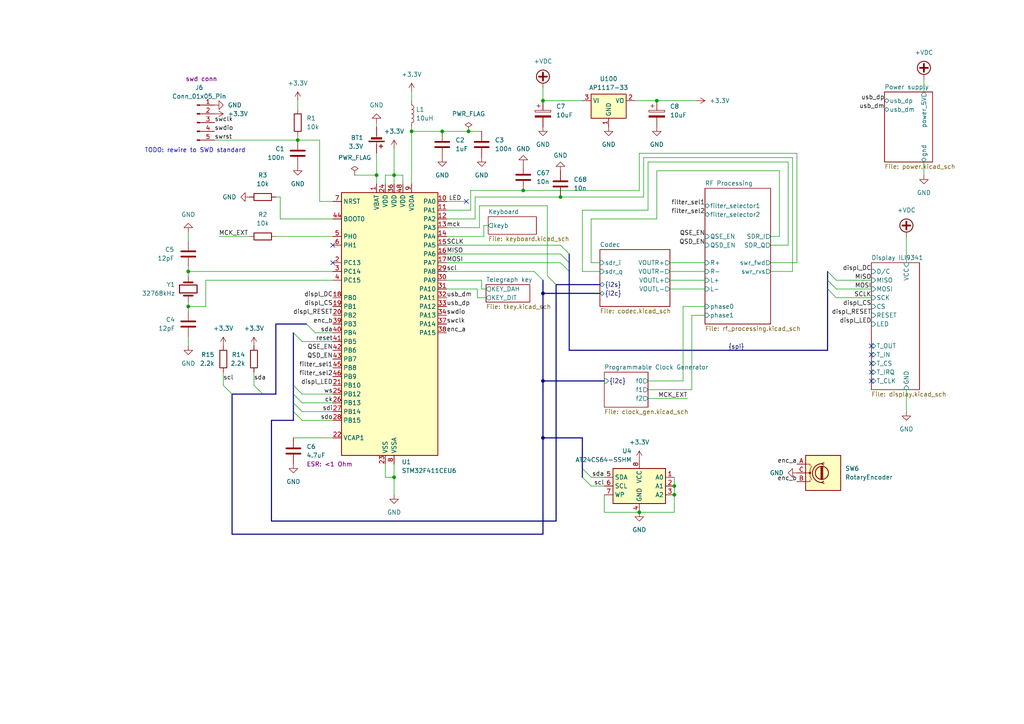
<source format=kicad_sch>
(kicad_sch (version 20230121) (generator eeschema)
  (paper "A4")
  (lib_symbols
    (symbol "Connector:Conn_01x05_Pin" (pin_names (offset 1.016) hide)
      (property "Reference" "J" (at 0 7.62 0))
      (property "Value" "Conn_01x05_Pin" (at 0 -7.62 0))
      (symbol "Conn_01x05_Pin_1_1"
        (polyline (pts (xy 1.27 -5.08) (xy 0.8636 -5.08)) (stroke (width 0.1524)))
        (polyline (pts (xy 1.27 -2.54) (xy 0.8636 -2.54)) (stroke (width 0.1524)))
        (polyline (pts (xy 1.27 0) (xy 0.8636 0)) (stroke (width 0.1524)))
        (polyline (pts (xy 1.27 2.54) (xy 0.8636 2.54)) (stroke (width 0.1524)))
        (polyline (pts (xy 1.27 5.08) (xy 0.8636 5.08)) (stroke (width 0.1524)))
        (rectangle (start 0.8636 -4.953) (end 0 -5.207) (stroke (width 0.1524)) (fill (type outline)))
        (rectangle (start 0.8636 -2.413) (end 0 -2.667) (stroke (width 0.1524)) (fill (type outline)))
        (rectangle (start 0.8636 0.127) (end 0 -0.127) (stroke (width 0.1524)) (fill (type outline)))
        (rectangle (start 0.8636 2.667) (end 0 2.413) (stroke (width 0.1524)) (fill (type outline)))
        (rectangle (start 0.8636 5.207) (end 0 4.953) (stroke (width 0.1524)) (fill (type outline)))
        (pin passive line (at 5.08 5.08 180) (length 3.81) (name "Pin_1") (number "1"))
        (pin passive line (at 5.08 2.54 180) (length 3.81) (name "Pin_2") (number "2"))
        (pin passive line (at 5.08 0 180) (length 3.81) (name "Pin_3") (number "3"))
        (pin passive line (at 5.08 -2.54 180) (length 3.81) (name "Pin_4") (number "4"))
        (pin passive line (at 5.08 -5.08 180) (length 3.81) (name "Pin_5") (number "5"))
      )
    )
    (symbol "Device:Battery_Cell" (pin_numbers hide) (pin_names (offset 0) hide)
      (property "Reference" "BT" (at 2.54 2.54 0))
      (property "Value" "Battery_Cell" (at 2.54 0 0))
      (symbol "Battery_Cell_0_1"
        (rectangle (start -2.286 1.778) (end 2.286 1.524) (fill (type outline)))
        (rectangle (start -1.524 1.016) (end 1.524 0.508) (fill (type outline)))
        (polyline (pts (xy 0 0.762) (xy 0 0)))
        (polyline (pts (xy 0 1.778) (xy 0 2.54)))
        (polyline (pts (xy 0.762 3.048) (xy 1.778 3.048)) (stroke (width 0.254)))
        (polyline (pts (xy 1.27 3.556) (xy 1.27 2.54)) (stroke (width 0.254)))
      )
      (symbol "Battery_Cell_1_1"
        (pin passive line (at 0 5.08 270) (length 2.54) (name "+") (number "1"))
        (pin passive line (at 0 -2.54 90) (length 2.54) (name "-") (number "2"))
      )
    )
    (symbol "Device:C" (pin_numbers hide) (pin_names (offset 0.254))
      (property "Reference" "C" (at 0.635 2.54 0))
      (property "Value" "C" (at 0.635 -2.54 0))
      (symbol "C_0_1"
        (polyline (pts (xy -2.032 -0.762) (xy 2.032 -0.762)) (stroke (width 0.508)))
        (polyline (pts (xy -2.032 0.762) (xy 2.032 0.762)) (stroke (width 0.508)))
      )
      (symbol "C_1_1"
        (pin passive line (at 0 3.81 270) (length 2.794) (name "~") (number "1"))
        (pin passive line (at 0 -3.81 90) (length 2.794) (name "~") (number "2"))
      )
    )
    (symbol "Device:C_Polarized" (pin_numbers hide) (pin_names (offset 0.254))
      (property "Reference" "C" (at 0.635 2.54 0))
      (property "Value" "C_Polarized" (at 0.635 -2.54 0))
      (symbol "C_Polarized_0_1"
        (rectangle (start -2.286 0.508) (end 2.286 1.016))
        (polyline (pts (xy -1.778 2.286) (xy -0.762 2.286)))
        (polyline (pts (xy -1.27 2.794) (xy -1.27 1.778)))
        (rectangle (start 2.286 -0.508) (end -2.286 -1.016) (fill (type outline)))
      )
      (symbol "C_Polarized_1_1"
        (pin passive line (at 0 3.81 270) (length 2.794) (name "~") (number "1"))
        (pin passive line (at 0 -3.81 90) (length 2.794) (name "~") (number "2"))
      )
    )
    (symbol "Device:Crystal" (pin_numbers hide) (pin_names (offset 1.016) hide)
      (property "Reference" "Y" (at 0 3.81 0))
      (property "Value" "Crystal" (at 0 -3.81 0))
      (symbol "Crystal_0_1"
        (rectangle (start -1.143 2.54) (end 1.143 -2.54) (stroke (width 0.3048)))
        (polyline (pts (xy -2.54 0) (xy -1.905 0)))
        (polyline (pts (xy -1.905 -1.27) (xy -1.905 1.27)) (stroke (width 0.508)))
        (polyline (pts (xy 1.905 -1.27) (xy 1.905 1.27)) (stroke (width 0.508)))
        (polyline (pts (xy 2.54 0) (xy 1.905 0)))
      )
      (symbol "Crystal_1_1"
        (pin passive line (at -3.81 0 0) (length 1.27) (name "1") (number "1"))
        (pin passive line (at 3.81 0 180) (length 1.27) (name "2") (number "2"))
      )
    )
    (symbol "Device:L" (pin_numbers hide) (pin_names (offset 1.016) hide)
      (property "Reference" "L" (at -1.27 0 90))
      (property "Value" "L" (at 1.905 0 90))
      (symbol "L_0_1"
        (arc (start 0 -2.54) (mid 0.6323 -1.905) (end 0 -1.27))
        (arc (start 0 -1.27) (mid 0.6323 -0.635) (end 0 0))
        (arc (start 0 0) (mid 0.6323 0.635) (end 0 1.27))
        (arc (start 0 1.27) (mid 0.6323 1.905) (end 0 2.54))
      )
      (symbol "L_1_1"
        (pin passive line (at 0 3.81 270) (length 1.27) (name "1") (number "1"))
        (pin passive line (at 0 -3.81 90) (length 1.27) (name "2") (number "2"))
      )
    )
    (symbol "Device:R" (pin_numbers hide) (pin_names (offset 0))
      (property "Reference" "R" (at 2.032 0 90))
      (property "Value" "R" (at 0 0 90))
      (symbol "R_0_1"
        (rectangle (start -1.016 -2.54) (end 1.016 2.54) (stroke (width 0.254)))
      )
      (symbol "R_1_1"
        (pin passive line (at 0 3.81 270) (length 1.27) (name "~") (number "1"))
        (pin passive line (at 0 -3.81 90) (length 1.27) (name "~") (number "2"))
      )
    )
    (symbol "Device:RotaryEncoder" (pin_names (offset 0.254) hide)
      (property "Reference" "SW" (at 0 6.604 0))
      (property "Value" "RotaryEncoder" (at 0 -6.604 0))
      (symbol "RotaryEncoder_0_1"
        (rectangle (start -5.08 5.08) (end 5.08 -5.08) (stroke (width 0.254)) (fill (type background)))
        (circle (center -3.81 0) (radius 0.254) (fill (type outline)))
        (circle (center -0.381 0) (radius 1.905) (stroke (width 0.254)))
        (arc (start -0.381 2.667) (mid -3.0988 -0.0635) (end -0.381 -2.794) (stroke (width 0.254)))
        (polyline (pts (xy -0.635 -1.778) (xy -0.635 1.778)) (stroke (width 0.254)))
        (polyline (pts (xy -0.381 -1.778) (xy -0.381 1.778)) (stroke (width 0.254)))
        (polyline (pts (xy -0.127 1.778) (xy -0.127 -1.778)) (stroke (width 0.254)))
        (polyline (pts (xy -5.08 -2.54) (xy -3.81 -2.54) (xy -3.81 -2.032)))
        (polyline (pts (xy -5.08 2.54) (xy -3.81 2.54) (xy -3.81 2.032)))
        (polyline (pts (xy 0.254 -3.048) (xy -0.508 -2.794) (xy 0.127 -2.413)) (stroke (width 0.254)))
        (polyline (pts (xy 0.254 2.921) (xy -0.508 2.667) (xy 0.127 2.286)) (stroke (width 0.254)))
        (polyline (pts (xy -5.08 0) (xy -3.81 0) (xy -3.81 -1.016) (xy -3.302 -2.032)))
        (polyline (pts (xy -4.318 0) (xy -3.81 0) (xy -3.81 1.016) (xy -3.302 2.032)))
      )
      (symbol "RotaryEncoder_1_1"
        (pin passive line (at -7.62 2.54 0) (length 2.54) (name "A") (number "A"))
        (pin passive line (at -7.62 -2.54 0) (length 2.54) (name "B") (number "B"))
        (pin passive line (at -7.62 0 0) (length 2.54) (name "C") (number "C"))
      )
    )
    (symbol "MCU_ST_STM32F4:STM32F411CEUx"
      (property "Reference" "U" (at -12.7 39.37 0))
      (property "Value" "STM32F411CEUx" (at 10.16 39.37 0))
      (symbol "STM32F411CEUx_0_1"
        (rectangle (start -12.7 -38.1) (end 15.24 38.1) (stroke (width 0.254)) (fill (type background)))
      )
      (symbol "STM32F411CEUx_1_1"
        (pin power_in line (at -2.54 40.64 270) (length 2.54) (name "VBAT") (number "1"))
        (pin bidirectional line (at 17.78 35.56 180) (length 2.54) (name "PA0") (number "10"))
        (pin bidirectional line (at 17.78 33.02 180) (length 2.54) (name "PA1") (number "11"))
        (pin bidirectional line (at 17.78 30.48 180) (length 2.54) (name "PA2") (number "12"))
        (pin bidirectional line (at 17.78 27.94 180) (length 2.54) (name "PA3") (number "13"))
        (pin bidirectional line (at 17.78 25.4 180) (length 2.54) (name "PA4") (number "14"))
        (pin bidirectional line (at 17.78 22.86 180) (length 2.54) (name "PA5") (number "15"))
        (pin bidirectional line (at 17.78 20.32 180) (length 2.54) (name "PA6") (number "16"))
        (pin bidirectional line (at 17.78 17.78 180) (length 2.54) (name "PA7") (number "17"))
        (pin bidirectional line (at -15.24 7.62 0) (length 2.54) (name "PB0") (number "18"))
        (pin bidirectional line (at -15.24 5.08 0) (length 2.54) (name "PB1") (number "19"))
        (pin bidirectional line (at -15.24 17.78 0) (length 2.54) (name "PC13") (number "2"))
        (pin bidirectional line (at -15.24 2.54 0) (length 2.54) (name "PB2") (number "20"))
        (pin bidirectional line (at -15.24 -17.78 0) (length 2.54) (name "PB10") (number "21"))
        (pin power_out line (at -15.24 -33.02 0) (length 2.54) (name "VCAP1") (number "22"))
        (pin power_in line (at 0 -40.64 90) (length 2.54) (name "VSS") (number "23"))
        (pin power_in line (at 0 40.64 270) (length 2.54) (name "VDD") (number "24"))
        (pin bidirectional line (at -15.24 -20.32 0) (length 2.54) (name "PB12") (number "25"))
        (pin bidirectional line (at -15.24 -22.86 0) (length 2.54) (name "PB13") (number "26"))
        (pin bidirectional line (at -15.24 -25.4 0) (length 2.54) (name "PB14") (number "27"))
        (pin bidirectional line (at -15.24 -27.94 0) (length 2.54) (name "PB15") (number "28"))
        (pin bidirectional line (at 17.78 15.24 180) (length 2.54) (name "PA8") (number "29"))
        (pin bidirectional line (at -15.24 15.24 0) (length 2.54) (name "PC14") (number "3"))
        (pin bidirectional line (at 17.78 12.7 180) (length 2.54) (name "PA9") (number "30"))
        (pin bidirectional line (at 17.78 10.16 180) (length 2.54) (name "PA10") (number "31"))
        (pin bidirectional line (at 17.78 7.62 180) (length 2.54) (name "PA11") (number "32"))
        (pin bidirectional line (at 17.78 5.08 180) (length 2.54) (name "PA12") (number "33"))
        (pin bidirectional line (at 17.78 2.54 180) (length 2.54) (name "PA13") (number "34"))
        (pin passive line (at 0 -40.64 90) (length 2.54) hide (name "VSS") (number "35"))
        (pin power_in line (at 2.54 40.64 270) (length 2.54) (name "VDD") (number "36"))
        (pin bidirectional line (at 17.78 0 180) (length 2.54) (name "PA14") (number "37"))
        (pin bidirectional line (at 17.78 -2.54 180) (length 2.54) (name "PA15") (number "38"))
        (pin bidirectional line (at -15.24 0 0) (length 2.54) (name "PB3") (number "39"))
        (pin bidirectional line (at -15.24 12.7 0) (length 2.54) (name "PC15") (number "4"))
        (pin bidirectional line (at -15.24 -2.54 0) (length 2.54) (name "PB4") (number "40"))
        (pin bidirectional line (at -15.24 -5.08 0) (length 2.54) (name "PB5") (number "41"))
        (pin bidirectional line (at -15.24 -7.62 0) (length 2.54) (name "PB6") (number "42"))
        (pin bidirectional line (at -15.24 -10.16 0) (length 2.54) (name "PB7") (number "43"))
        (pin input line (at -15.24 30.48 0) (length 2.54) (name "BOOT0") (number "44"))
        (pin bidirectional line (at -15.24 -12.7 0) (length 2.54) (name "PB8") (number "45"))
        (pin bidirectional line (at -15.24 -15.24 0) (length 2.54) (name "PB9") (number "46"))
        (pin passive line (at 0 -40.64 90) (length 2.54) hide (name "VSS") (number "47"))
        (pin power_in line (at 5.08 40.64 270) (length 2.54) (name "VDD") (number "48"))
        (pin passive line (at 0 -40.64 90) (length 2.54) hide (name "VSS") (number "49"))
        (pin bidirectional line (at -15.24 25.4 0) (length 2.54) (name "PH0") (number "5"))
        (pin bidirectional line (at -15.24 22.86 0) (length 2.54) (name "PH1") (number "6"))
        (pin input line (at -15.24 35.56 0) (length 2.54) (name "NRST") (number "7"))
        (pin power_in line (at 2.54 -40.64 90) (length 2.54) (name "VSSA") (number "8"))
        (pin power_in line (at 7.62 40.64 270) (length 2.54) (name "VDDA") (number "9"))
      )
    )
    (symbol "Memory_EEPROM:AT24CS64-SSHM"
      (property "Reference" "U" (at -7.62 6.35 0))
      (property "Value" "AT24CS64-SSHM" (at 2.54 -6.35 0))
      (symbol "AT24CS64-SSHM_1_1"
        (rectangle (start -7.62 5.08) (end 7.62 -5.08) (stroke (width 0.254)) (fill (type background)))
        (pin input line (at -10.16 2.54 0) (length 2.54) (name "A0") (number "1"))
        (pin input line (at -10.16 0 0) (length 2.54) (name "A1") (number "2"))
        (pin input line (at -10.16 -2.54 0) (length 2.54) (name "A2") (number "3"))
        (pin power_in line (at 0 -7.62 90) (length 2.54) (name "GND") (number "4"))
        (pin bidirectional line (at 10.16 2.54 180) (length 2.54) (name "SDA") (number "5"))
        (pin input line (at 10.16 0 180) (length 2.54) (name "SCL") (number "6"))
        (pin input line (at 10.16 -2.54 180) (length 2.54) (name "WP") (number "7"))
        (pin power_in line (at 0 7.62 270) (length 2.54) (name "VCC") (number "8"))
      )
    )
    (symbol "Regulator_Linear:AP1117-33"
      (property "Reference" "U" (at -3.81 3.175 0))
      (property "Value" "AP1117-33" (at 0 3.175 0))
      (symbol "AP1117-33_0_1"
        (rectangle (start -5.08 -5.08) (end 5.08 1.905) (stroke (width 0.254)) (fill (type background)))
      )
      (symbol "AP1117-33_1_1"
        (pin power_in line (at 0 -7.62 90) (length 2.54) (name "GND") (number "1"))
        (pin power_out line (at 7.62 0 180) (length 2.54) (name "VO") (number "2"))
        (pin power_in line (at -7.62 0 0) (length 2.54) (name "VI") (number "3"))
      )
    )
    (symbol "power:+3.3V" (power) (pin_names (offset 0))
      (property "Value" "+3.3V" (at 0 3.556 0))
      (symbol "+3.3V_0_1"
        (polyline (pts (xy -0.762 1.27) (xy 0 2.54)))
        (polyline (pts (xy 0 0) (xy 0 2.54)))
        (polyline (pts (xy 0 2.54) (xy 0.762 1.27)))
      )
      (symbol "+3.3V_1_1"
        (pin power_in line (at 0 0 90) (length 0) hide (name "+3.3V") (number "1"))
      )
    )
    (symbol "power:+VDC" (power) (pin_names (offset 0))
      (property "Value" "+VDC" (at 0 6.35 0))
      (symbol "+VDC_0_1"
        (polyline (pts (xy -1.143 3.175) (xy 1.143 3.175)) (stroke (width 0.508)))
        (polyline (pts (xy 0 0) (xy 0 1.27)))
        (polyline (pts (xy 0 2.032) (xy 0 4.318)) (stroke (width 0.508)))
        (circle (center 0 3.175) (radius 1.905) (stroke (width 0.254)))
      )
      (symbol "+VDC_1_1"
        (pin power_in line (at 0 0 90) (length 0) hide (name "+VDC") (number "1"))
      )
    )
    (symbol "power:GND" (power) (pin_names (offset 0))
      (property "Value" "GND" (at 0 -3.81 0))
      (symbol "GND_0_1"
        (polyline (pts (xy 0 0) (xy 0 -1.27) (xy 1.27 -1.27) (xy 0 -2.54) (xy -1.27 -1.27) (xy 0 -1.27)))
      )
      (symbol "GND_1_1"
        (pin power_in line (at 0 0 270) (length 0) hide (name "GND") (number "1"))
      )
    )
    (symbol "power:PWR_FLAG" (power) (pin_numbers hide) (pin_names (offset 0) hide)
      (property "Value" "PWR_FLAG" (at 0 3.81 0))
      (symbol "PWR_FLAG_0_0"
        (pin power_out line (at 0 0 90) (length 0) (name "pwr") (number "1"))
      )
      (symbol "PWR_FLAG_0_1"
        (polyline (pts (xy 0 0) (xy 0 1.27) (xy -1.016 1.905) (xy 0 2.54) (xy 1.016 1.905) (xy 0 1.27)))
      )
    )
  )
  (bus_alias "i2s" (members "ws" "ck" "sdi" "sdo" "mck" "reset"))
  (bus_alias "spi" (members "MOSI" "MISO" "SCLK"))
  (junction (at 119.38 38.1))
  (junction (at 109.22 50.8))
  (junction (at 157.48 110.49))
  (junction (at 195.58 140.97))
  (junction (at 151.765 55.245))
  (junction (at 157.48 127))
  (junction (at 190.5 29.21))
  (junction (at 54.61 78.74))
  (junction (at 54.61 88.9))
  (junction (at 185.42 148.59))
  (junction (at 135.89 38.1))
  (junction (at 157.48 85.09))
  (junction (at 128.27 38.1))
  (junction (at 162.56 57.15))
  (junction (at 114.3 50.8))
  (junction (at 86.36 40.64))
  (junction (at 157.48 29.21))
  (junction (at 114.3 138.43))
  (junction (at 195.58 143.51))
  (no_connect (at 252.73 107.95))
  (no_connect (at 252.73 100.33))
  (no_connect (at 135.255 58.42))
  (no_connect (at 252.73 110.49))
  (no_connect (at 252.73 102.87))
  (no_connect (at 96.52 71.12))
  (no_connect (at 252.73 105.41))
  (no_connect (at 96.52 76.2))
  (bus_entry (at 67.31 114.3) (size -2.54 -2.54))
  (bus_entry (at 85.09 119.38) (size 2.54 2.54))
  (bus_entry (at 240.03 83.82) (size 2.54 2.54))
  (bus_entry (at 85.09 96.52) (size 2.54 2.54))
  (bus_entry (at 76.2 114.3) (size -2.54 -2.54))
  (bus_entry (at 240.03 78.74) (size 2.54 2.54))
  (bus_entry (at 85.09 114.3) (size 2.54 2.54))
  (bus_entry (at 165.1 76.2) (size -2.54 -2.54))
  (bus_entry (at 240.03 81.28) (size 2.54 2.54))
  (bus_entry (at 162.56 71.12) (size 2.54 2.54))
  (bus_entry (at 85.09 116.84) (size 2.54 2.54))
  (bus_entry (at 157.48 81.28) (size -2.54 -2.54))
  (bus_entry (at 162.56 76.2) (size 2.54 2.54))
  (bus_entry (at 168.91 135.89) (size 2.54 2.54))
  (bus_entry (at 88.9 93.98) (size 2.54 2.54))
  (bus_entry (at 85.09 111.76) (size 2.54 2.54))
  (bus_entry (at 161.29 82.55) (size -2.54 -2.54))
  (bus_entry (at 168.91 138.43) (size 2.54 2.54))
  (wire (pts (xy 194.31 81.28) (xy 204.47 81.28)))
  (bus (pts (xy 80.01 114.3) (xy 76.2 114.3)))
  (bus (pts (xy 76.2 114.3) (xy 67.31 114.3)))
  (bus (pts (xy 240.03 83.82) (xy 240.03 101.6)))
  (wire (pts (xy 136.525 55.245) (xy 136.525 60.96)))
  (wire (pts (xy 226.06 49.53) (xy 226.06 68.58)))
  (wire (pts (xy 185.42 55.245) (xy 151.765 55.245)))
  (wire (pts (xy 129.54 76.2) (xy 162.56 76.2)))
  (wire (pts (xy 114.3 143.51) (xy 114.3 138.43)))
  (wire (pts (xy 267.97 22.86) (xy 267.97 26.67)))
  (wire (pts (xy 175.26 148.59) (xy 185.42 148.59)))
  (wire (pts (xy 111.76 134.62) (xy 111.76 138.43)))
  (wire (pts (xy 59.69 81.28) (xy 59.69 88.9)))
  (bus (pts (xy 80.01 93.98) (xy 80.01 114.3)))
  (wire (pts (xy 157.48 25.4) (xy 157.48 29.21)))
  (bus (pts (xy 157.48 110.49) (xy 157.48 127)))
  (wire (pts (xy 87.63 119.38) (xy 96.52 119.38)))
  (wire (pts (xy 187.96 113.03) (xy 200.66 113.03)))
  (wire (pts (xy 231.14 76.2) (xy 231.14 44.45)))
  (bus (pts (xy 157.48 127) (xy 157.48 154.94)))
  (wire (pts (xy 171.45 138.43) (xy 175.26 138.43)))
  (bus (pts (xy 157.48 85.09) (xy 157.48 110.49)))
  (wire (pts (xy 168.91 60.96) (xy 187.96 60.96)))
  (wire (pts (xy 129.54 63.5) (xy 137.795 63.5)))
  (bus (pts (xy 157.48 110.49) (xy 175.26 110.49)))
  (wire (pts (xy 129.54 73.66) (xy 162.56 73.66)))
  (wire (pts (xy 242.57 86.36) (xy 252.73 86.36)))
  (wire (pts (xy 141.605 65.405) (xy 140.335 65.405)))
  (wire (pts (xy 64.77 107.95) (xy 64.77 111.76)))
  (bus (pts (xy 165.1 101.6) (xy 240.03 101.6)))
  (wire (pts (xy 80.01 57.15) (xy 81.28 57.15)))
  (wire (pts (xy 187.96 115.57) (xy 199.39 115.57)))
  (wire (pts (xy 187.96 46.99) (xy 187.96 60.96)))
  (wire (pts (xy 114.3 43.18) (xy 114.3 50.8)))
  (wire (pts (xy 195.58 138.43) (xy 195.58 140.97)))
  (bus (pts (xy 168.91 127) (xy 157.48 127)))
  (bus (pts (xy 85.09 119.38) (xy 85.09 121.92)))
  (bus (pts (xy 157.48 81.28) (xy 157.48 85.09)))
  (bus (pts (xy 78.74 121.92) (xy 78.74 151.13)))
  (bus (pts (xy 168.91 135.89) (xy 168.91 127)))
  (wire (pts (xy 194.31 83.82) (xy 204.47 83.82)))
  (bus (pts (xy 165.1 78.74) (xy 165.1 101.6)))
  (wire (pts (xy 91.44 96.52) (xy 96.52 96.52)))
  (wire (pts (xy 139.7 83.82) (xy 139.7 81.28)))
  (wire (pts (xy 158.75 59.69) (xy 158.75 80.01)))
  (wire (pts (xy 187.96 110.49) (xy 198.12 110.49)))
  (wire (pts (xy 242.57 81.28) (xy 252.73 81.28)))
  (wire (pts (xy 171.45 63.5) (xy 190.5 63.5)))
  (wire (pts (xy 62.23 40.64) (xy 86.36 40.64)))
  (wire (pts (xy 139.065 59.69) (xy 158.75 59.69)))
  (wire (pts (xy 87.63 121.92) (xy 96.52 121.92)))
  (wire (pts (xy 129.54 81.28) (xy 139.7 81.28)))
  (wire (pts (xy 171.45 76.2) (xy 171.45 63.5)))
  (bus (pts (xy 157.48 154.94) (xy 67.31 154.94)))
  (bus (pts (xy 85.09 96.52) (xy 85.09 111.76)))
  (wire (pts (xy 129.54 58.42) (xy 135.255 58.42)))
  (wire (pts (xy 111.76 50.8) (xy 111.76 53.34)))
  (wire (pts (xy 86.36 31.75) (xy 86.36 29.21)))
  (wire (pts (xy 96.52 81.28) (xy 59.69 81.28)))
  (wire (pts (xy 228.6 46.99) (xy 228.6 71.12)))
  (wire (pts (xy 198.12 88.9) (xy 204.47 88.9)))
  (wire (pts (xy 111.76 50.8) (xy 114.3 50.8)))
  (wire (pts (xy 111.76 138.43) (xy 114.3 138.43)))
  (wire (pts (xy 184.15 29.21) (xy 190.5 29.21)))
  (bus (pts (xy 85.09 114.3) (xy 85.09 116.84)))
  (wire (pts (xy 54.61 77.47) (xy 54.61 78.74)))
  (wire (pts (xy 173.99 78.74) (xy 168.91 78.74)))
  (wire (pts (xy 81.28 57.15) (xy 81.28 63.5)))
  (wire (pts (xy 102.87 50.8) (xy 109.22 50.8)))
  (wire (pts (xy 162.56 57.15) (xy 186.69 57.15)))
  (wire (pts (xy 229.87 78.74) (xy 223.52 78.74)))
  (wire (pts (xy 195.58 148.59) (xy 185.42 148.59)))
  (bus (pts (xy 67.31 114.3) (xy 67.31 154.94)))
  (bus (pts (xy 78.74 121.92) (xy 85.09 121.92)))
  (wire (pts (xy 139.065 66.04) (xy 139.065 59.69)))
  (wire (pts (xy 242.57 83.82) (xy 252.73 83.82)))
  (wire (pts (xy 267.97 46.99) (xy 267.97 50.8)))
  (wire (pts (xy 171.45 140.97) (xy 175.26 140.97)))
  (wire (pts (xy 109.22 50.8) (xy 109.22 53.34)))
  (bus (pts (xy 165.1 76.2) (xy 165.1 78.74)))
  (wire (pts (xy 226.06 68.58) (xy 223.52 68.58)))
  (wire (pts (xy 138.43 86.36) (xy 140.97 86.36)))
  (wire (pts (xy 168.91 78.74) (xy 168.91 60.96)))
  (wire (pts (xy 86.36 39.37) (xy 86.36 40.64)))
  (wire (pts (xy 109.22 44.45) (xy 109.22 50.8)))
  (wire (pts (xy 114.3 138.43) (xy 114.3 134.62)))
  (bus (pts (xy 85.09 116.84) (xy 85.09 119.38)))
  (bus (pts (xy 240.03 81.28) (xy 240.03 83.82)))
  (wire (pts (xy 81.28 63.5) (xy 96.52 63.5)))
  (wire (pts (xy 200.66 91.44) (xy 204.47 91.44)))
  (wire (pts (xy 140.97 83.82) (xy 139.7 83.82)))
  (wire (pts (xy 137.795 63.5) (xy 137.795 57.15)))
  (wire (pts (xy 200.66 113.03) (xy 200.66 91.44)))
  (wire (pts (xy 139.065 66.04) (xy 129.54 66.04)))
  (wire (pts (xy 140.335 65.405) (xy 140.335 68.58)))
  (bus (pts (xy 78.74 151.13) (xy 161.29 151.13)))
  (wire (pts (xy 119.38 26.67) (xy 119.38 29.21)))
  (wire (pts (xy 194.31 78.74) (xy 204.47 78.74)))
  (wire (pts (xy 119.38 38.1) (xy 128.27 38.1)))
  (bus (pts (xy 161.29 82.55) (xy 173.99 82.55)))
  (wire (pts (xy 85.09 127) (xy 96.52 127)))
  (wire (pts (xy 231.14 44.45) (xy 185.42 44.45)))
  (wire (pts (xy 73.66 107.95) (xy 73.66 111.76)))
  (wire (pts (xy 80.01 68.58) (xy 96.52 68.58)))
  (wire (pts (xy 129.54 68.58) (xy 140.335 68.58)))
  (wire (pts (xy 114.3 50.8) (xy 114.3 53.34)))
  (wire (pts (xy 129.54 78.74) (xy 154.94 78.74)))
  (wire (pts (xy 54.61 78.74) (xy 96.52 78.74)))
  (wire (pts (xy 136.525 60.96) (xy 129.54 60.96)))
  (bus (pts (xy 165.1 73.66) (xy 165.1 76.2)))
  (wire (pts (xy 54.61 78.74) (xy 54.61 80.01)))
  (wire (pts (xy 129.54 83.82) (xy 138.43 83.82)))
  (wire (pts (xy 223.52 76.2) (xy 231.14 76.2)))
  (wire (pts (xy 87.63 99.06) (xy 96.52 99.06)))
  (wire (pts (xy 87.63 114.3) (xy 96.52 114.3)))
  (wire (pts (xy 114.3 50.8) (xy 116.84 50.8)))
  (wire (pts (xy 262.89 68.58) (xy 262.89 76.2)))
  (wire (pts (xy 138.43 83.82) (xy 138.43 86.36)))
  (bus (pts (xy 157.48 85.09) (xy 173.99 85.09)))
  (wire (pts (xy 175.26 143.51) (xy 175.26 148.59)))
  (wire (pts (xy 109.22 36.83) (xy 109.22 35.56)))
  (wire (pts (xy 185.42 44.45) (xy 185.42 55.245)))
  (wire (pts (xy 72.39 68.58) (xy 63.5 68.58)))
  (wire (pts (xy 186.69 57.15) (xy 186.69 45.72)))
  (wire (pts (xy 187.96 46.99) (xy 228.6 46.99)))
  (wire (pts (xy 119.38 38.1) (xy 119.38 53.34)))
  (wire (pts (xy 92.71 40.64) (xy 86.36 40.64)))
  (wire (pts (xy 54.61 100.33) (xy 54.61 97.79)))
  (wire (pts (xy 137.795 57.15) (xy 162.56 57.15)))
  (wire (pts (xy 229.87 45.72) (xy 229.87 78.74)))
  (wire (pts (xy 195.58 143.51) (xy 195.58 148.59)))
  (wire (pts (xy 190.5 49.53) (xy 226.06 49.53)))
  (wire (pts (xy 190.5 49.53) (xy 190.5 63.5)))
  (wire (pts (xy 194.31 76.2) (xy 204.47 76.2)))
  (wire (pts (xy 151.765 55.245) (xy 136.525 55.245)))
  (wire (pts (xy 119.38 36.83) (xy 119.38 38.1)))
  (wire (pts (xy 173.99 76.2) (xy 171.45 76.2)))
  (wire (pts (xy 228.6 71.12) (xy 223.52 71.12)))
  (wire (pts (xy 190.5 29.21) (xy 201.93 29.21)))
  (wire (pts (xy 54.61 88.9) (xy 54.61 87.63)))
  (wire (pts (xy 157.48 29.21) (xy 168.91 29.21)))
  (bus (pts (xy 85.09 111.76) (xy 85.09 114.3)))
  (bus (pts (xy 161.29 82.55) (xy 161.29 151.13)))
  (wire (pts (xy 262.89 113.03) (xy 262.89 119.38)))
  (wire (pts (xy 198.12 110.49) (xy 198.12 88.9)))
  (wire (pts (xy 135.89 38.1) (xy 139.7 38.1)))
  (bus (pts (xy 240.03 78.74) (xy 240.03 81.28)))
  (wire (pts (xy 116.84 50.8) (xy 116.84 53.34)))
  (wire (pts (xy 92.71 58.42) (xy 96.52 58.42)))
  (wire (pts (xy 92.71 58.42) (xy 92.71 40.64)))
  (wire (pts (xy 54.61 67.31) (xy 54.61 69.85)))
  (wire (pts (xy 87.63 116.84) (xy 96.52 116.84)))
  (wire (pts (xy 186.69 45.72) (xy 229.87 45.72)))
  (wire (pts (xy 59.69 88.9) (xy 54.61 88.9)))
  (bus (pts (xy 168.91 135.89) (xy 168.91 138.43)))
  (wire (pts (xy 128.27 38.1) (xy 135.89 38.1)))
  (wire (pts (xy 54.61 88.9) (xy 54.61 90.17)))
  (wire (pts (xy 129.54 71.12) (xy 162.56 71.12)))
  (bus (pts (xy 80.01 93.98) (xy 88.9 93.98)))
  (wire (pts (xy 195.58 140.97) (xy 195.58 143.51)))
  (text "TODO: rewire to SWD standard" (at 41.91 44.45 0) (effects (font (size 1.27 1.27)) (justify left bottom)))
  (label "MCK_EXT" (at 63.5 68.58 0))
  (label "QSD_EN" (at 96.52 104.14 180))
  (label "displ_RESET" (at 96.52 91.44 180))
  (label "enc_a" (at 129.54 96.52 0))
  (label "QSD_EN" (at 204.47 71.12 180))
  (label "scl" (at 64.77 110.49 0))
  (label "{spi}" (at 215.9 101.6 180))
  (label "swclk" (at 129.54 93.98 0))
  (label "displ_DC" (at 252.73 78.74 180))
  (label "enc_b" (at 231.14 139.7 180))
  (label "MCK_EXT" (at 199.39 115.57 180))
  (label "MISO" (at 129.54 73.66 0))
  (label "sda" (at 175.26 138.43 180))
  (label "swclk" (at 62.23 35.56 0))
  (label "enc_b" (at 96.52 93.98 180))
  (label "MOSI" (at 129.54 76.2 0))
  (label "sda" (at 73.66 110.49 0))
  (label "swrst" (at 62.23 40.64 0))
  (label "displ_CS" (at 252.73 88.9 180))
  (label "filter_sel1" (at 96.52 106.68 180))
  (label "swdio" (at 129.54 91.44 0))
  (label "swdio" (at 62.23 38.1 0))
  (label "displ_LED" (at 96.52 111.76 180))
  (label "displ_DC" (at 96.52 86.36 180))
  (label "filter_sel1" (at 204.47 59.69 180))
  (label "displ_LED" (at 252.73 93.98 180))
  (label "scl" (at 175.26 140.97 180))
  (label "sdo" (at 96.52 121.92 180))
  (label "scl" (at 129.54 78.74 0))
  (label "usb_dp" (at 129.54 88.9 0))
  (label "QSE_EN" (at 204.47 68.58 180))
  (label "QSE_EN" (at 96.52 101.6 180))
  (label "MISO" (at 252.73 81.28 180))
  (label "sdi" (at 96.52 119.38 180))
  (label "LED" (at 130.175 58.42 0))
  (label "MOSI" (at 252.73 83.82 180))
  (label "mck" (at 129.54 66.04 0))
  (label "usb_dp" (at 256.54 29.21 180))
  (label "displ_CS" (at 96.52 88.9 180))
  (label "SCLK" (at 252.73 86.36 180))
  (label "ck" (at 96.52 116.84 180))
  (label "usb_dm" (at 129.54 86.36 0))
  (label "reset" (at 96.52 99.06 180))
  (label "enc_a" (at 231.14 134.62 180))
  (label "sda" (at 96.52 96.52 180))
  (label "SCLK" (at 129.54 71.12 0))
  (label "usb_dm" (at 256.54 31.75 180))
  (label "filter_sel2" (at 204.47 62.23 180))
  (label "ws" (at 96.52 114.3 180))
  (label "filter_sel2" (at 96.52 109.22 180))
  (label "displ_RESET" (at 252.73 91.44 180))
  (symbol (lib_id "Device:R") (at 73.66 104.14 0) (mirror x) (unit 1)
    (property "Reference" "R14" (at 71.12 102.87 0) (effects (justify right)))
    (property "Value" "2.2k" (at 71.12 105.41 0) (effects (justify right)))
  )
  (symbol (lib_id "Device:RotaryEncoder") (at 238.76 137.16 0) (unit 1)
    (property "Reference" "SW6" (at 245.11 135.89 0) (effects (justify left)))
    (property "Value" "RotaryEncoder" (at 245.11 138.43 0) (effects (justify left)))
  )
  (symbol (lib_id "power:GND") (at 176.53 36.83 0) (unit 1)
    (property "Reference" "#PWR027" (effects hide))
    (property "Value" "GND" (at 176.53 41.91 0))
  )
  (symbol (lib_id "MCU_ST_STM32F4:STM32F411CEUx") (at 111.76 93.98 0) (unit 1)
    (property "Reference" "U1" (at 116.4941 133.985 0) (effects (justify left)))
    (property "Value" "STM32F411CEU6" (at 116.4941 136.525 0) (effects (justify left)))
    (property "Footprint" "Package_DFN_QFN:QFN-48-1EP_7x7mm_P0.5mm_EP5.6x5.6mm" (effects hide))
    (property "Datasheet" "https://www.st.com/resource/en/datasheet/stm32f411ce.pdf" (effects hide))
  )
  (symbol (lib_id "power:GND") (at 62.23 30.48 90) (unit 1)
    (property "Reference" "#PWR048" (effects hide))
    (property "Value" "GND" (at 66.04 30.48 90) (effects (justify right)))
  )
  (symbol (lib_id "power:GND") (at 231.14 137.16 270) (unit 1)
    (property "Reference" "#PWR045" (effects hide))
    (property "Value" "GND" (at 227.33 137.16 90) (effects (justify right)))
  )
  (symbol (lib_id "power:GND") (at 185.42 148.59 0) (unit 1)
    (property "Reference" "#PWR038" (effects hide))
    (property "Value" "GND" (at 185.42 153.67 0))
  )
  (symbol (lib_id "Connector:Conn_01x05_Pin") (at 57.15 35.56 0) (unit 1)
    (property "Reference" "J6" (at 57.785 25.4 0))
    (property "Value" "Conn_01x05_Pin" (at 57.785 27.94 0))
    (property "name" "swd conn" (at 58.42 22.86 0))
  )
  (symbol (lib_id "Device:C") (at 54.61 93.98 0) (mirror y) (unit 1)
    (property "Reference" "C4" (at 50.8 92.71 0) (effects (justify left)))
    (property "Value" "12pF" (at 50.8 95.25 0) (effects (justify left)))
  )
  (symbol (lib_id "power:+3.3V") (at 114.3 43.18 0) (unit 1)
    (property "Reference" "#PWR012" (effects hide))
    (property "Value" "+3.3V" (at 114.3 38.1 0))
  )
  (symbol (lib_id "power:+VDC") (at 262.89 68.58 0) (unit 1)
    (property "Reference" "#PWR041" (effects hide))
    (property "Value" "+VDC" (at 262.89 60.96 0))
  )
  (symbol (lib_id "power:GND") (at 267.97 50.8 0) (unit 1)
    (property "Reference" "#PWR043" (effects hide))
    (property "Value" "GND" (at 267.97 55.88 0))
  )
  (symbol (lib_id "power:GND") (at 86.36 48.26 0) (unit 1)
    (property "Reference" "#PWR04" (effects hide))
    (property "Value" "GND" (at 86.36 53.34 0))
  )
  (symbol (lib_id "power:+3.3V") (at 119.38 26.67 0) (unit 1)
    (property "Reference" "#PWR07" (effects hide))
    (property "Value" "+3.3V" (at 119.38 21.59 0))
  )
  (symbol (lib_id "Device:C_Polarized") (at 190.5 33.02 0) (unit 1)
    (property "Reference" "C8" (at 194.31 30.861 0) (effects (justify left)))
    (property "Value" "10uF" (at 194.31 33.401 0) (effects (justify left)))
  )
  (symbol (lib_id "Device:R") (at 76.2 57.15 90) (unit 1)
    (property "Reference" "R3" (at 76.2 50.8 90))
    (property "Value" "10k" (at 76.2 53.34 90))
  )
  (symbol (lib_id "Regulator_Linear:AP1117-33") (at 176.53 29.21 0) (unit 1)
    (property "Reference" "U100" (at 176.53 22.86 0))
    (property "Value" "AP1117-33" (at 176.53 25.4 0))
    (property "Footprint" "Package_TO_SOT_SMD:SOT-223-3_TabPin2" (effects hide))
    (property "Datasheet" "http://www.diodes.com/datasheets/AP1117.pdf" (effects hide))
  )
  (symbol (lib_id "Device:C") (at 151.765 51.435 0) (unit 1)
    (property "Reference" "C67" (at 155.575 50.165 0) (effects (justify left)))
    (property "Value" "10n" (at 155.575 52.705 0) (effects (justify left)))
  )
  (symbol (lib_id "power:+3.3V") (at 73.66 100.33 0) (unit 1)
    (property "Reference" "#PWR030" (effects hide))
    (property "Value" "+3.3V" (at 73.66 95.25 0))
  )
  (symbol (lib_id "Device:C") (at 85.09 130.81 180) (unit 1)
    (property "Reference" "C6" (at 88.9 129.54 0) (effects (justify right)))
    (property "Value" "4.7uF" (at 88.9 132.08 0) (effects (justify right)))
    (property "ESR" "<1 Ohm" (at 88.9 134.62 0) (show_name) (effects (justify right)))
  )
  (symbol (lib_id "Device:C") (at 54.61 73.66 0) (mirror y) (unit 1)
    (property "Reference" "C5" (at 50.546 72.39 0) (effects (justify left)))
    (property "Value" "12pF" (at 50.546 74.93 0) (effects (justify left)))
  )
  (symbol (lib_id "Device:C") (at 139.7 41.91 0) (unit 1)
    (property "Reference" "C3" (at 143.51 40.64 0) (effects (justify left)))
    (property "Value" "100n" (at 143.51 43.18 0) (effects (justify left)))
  )
  (symbol (lib_id "Device:Crystal") (at 54.61 83.82 90) (mirror x) (unit 1)
    (property "Reference" "Y1" (at 50.8 82.55 90) (effects (justify left)))
    (property "Value" "32768kHz" (at 50.8 85.09 90) (effects (justify left)))
  )
  (symbol (lib_id "power:GND") (at 139.7 45.72 0) (unit 1)
    (property "Reference" "#PWR09" (effects hide))
    (property "Value" "GND" (at 139.7 50.8 0))
  )
  (symbol (lib_id "power:+3.3V") (at 62.23 33.02 270) (unit 1)
    (property "Reference" "#PWR049" (effects hide))
    (property "Value" "+3.3V" (at 66.04 33.02 90) (effects (justify left)))
  )
  (symbol (lib_id "power:GND") (at 162.56 49.53 180) (unit 1)
    (property "Reference" "#PWR095" (effects hide))
    (property "Value" "GND" (at 162.56 45.085 0))
  )
  (symbol (lib_id "Device:Battery_Cell") (at 109.22 39.37 0) (mirror x) (unit 1)
    (property "Reference" "BT1" (at 105.41 39.9415 0) (effects (justify right)))
    (property "Value" "3.3V" (at 105.41 42.4815 0) (effects (justify right)))
  )
  (symbol (lib_id "power:GND") (at 151.765 47.625 180) (unit 1)
    (property "Reference" "#PWR058" (effects hide))
    (property "Value" "GND" (at 151.765 43.18 0))
  )
  (symbol (lib_id "power:GND") (at 54.61 100.33 0) (unit 1)
    (property "Reference" "#PWR02" (effects hide))
    (property "Value" "GND" (at 54.61 105.41 0))
  )
  (symbol (lib_id "power:GND") (at 72.39 57.15 270) (unit 1)
    (property "Reference" "#PWR03" (effects hide))
    (property "Value" "GND" (at 68.58 57.15 90) (effects (justify right)))
  )
  (symbol (lib_id "Device:C") (at 86.36 44.45 0) (mirror y) (unit 1)
    (property "Reference" "C1" (at 82.55 43.18 0) (effects (justify left)))
    (property "Value" "100n" (at 82.55 45.72 0) (effects (justify left)))
  )
  (symbol (lib_id "power:+VDC") (at 157.48 25.4 0) (unit 1)
    (property "Reference" "#PWR025" (effects hide))
    (property "Value" "+VDC" (at 157.48 17.78 0))
  )
  (symbol (lib_id "Device:C") (at 162.56 53.34 0) (unit 1)
    (property "Reference" "C68" (at 166.37 52.07 0) (effects (justify left)))
    (property "Value" "10n" (at 166.37 54.61 0) (effects (justify left)))
  )
  (symbol (lib_id "Device:C") (at 128.27 41.91 180) (unit 1)
    (property "Reference" "C2" (at 132.08 40.64 0) (effects (justify right)))
    (property "Value" "1uF" (at 132.08 43.18 0) (effects (justify right)))
  )
  (symbol (lib_id "power:PWR_FLAG") (at 102.87 50.8 0) (unit 1)
    (property "Reference" "#FLG01" (effects hide))
    (property "Value" "PWR_FLAG" (at 102.87 45.72 0))
  )
  (symbol (lib_id "power:GND") (at 262.89 119.38 0) (unit 1)
    (property "Reference" "#PWR042" (effects hide))
    (property "Value" "GND" (at 262.89 124.46 0))
  )
  (symbol (lib_id "power:+3.3V") (at 64.77 100.33 0) (unit 1)
    (property "Reference" "#PWR031" (effects hide))
    (property "Value" "+3.3V" (at 64.77 95.25 0))
  )
  (symbol (lib_id "power:GND") (at 190.5 36.83 0) (unit 1)
    (property "Reference" "#PWR029" (effects hide))
    (property "Value" "GND" (at 190.5 41.91 0))
  )
  (symbol (lib_id "Device:L") (at 119.38 33.02 0) (unit 1)
    (property "Reference" "L1" (at 120.65 31.75 0) (effects (justify left)))
    (property "Value" "10uH" (at 120.65 34.29 0) (effects (justify left)))
  )
  (symbol (lib_id "Device:R") (at 64.77 104.14 0) (mirror x) (unit 1)
    (property "Reference" "R15" (at 62.23 102.87 0) (effects (justify right)))
    (property "Value" "2.2k" (at 62.23 105.41 0) (effects (justify right)))
  )
  (symbol (lib_id "Memory_EEPROM:AT24CS64-SSHM") (at 185.42 140.97 0) (mirror y) (unit 1)
    (property "Reference" "U4" (at 183.2259 130.81 0) (effects (justify left)))
    (property "Value" "AT24CS64-SSHM" (at 183.2259 133.35 0) (effects (justify left)))
    (property "Footprint" "Package_SO:SOIC-8_3.9x4.9mm_P1.27mm" (effects hide))
    (property "Datasheet" "http://ww1.microchip.com/downloads/en/DeviceDoc/Atmel-8870-SEEPROM-AT24CS64-Datasheet.pdf" (effects hide))
  )
  (symbol (lib_id "Device:C_Polarized") (at 157.48 33.02 0) (unit 1)
    (property "Reference" "C7" (at 161.29 30.861 0) (effects (justify left)))
    (property "Value" "10uF" (at 161.29 33.401 0) (effects (justify left)))
  )
  (symbol (lib_id "Device:R") (at 86.36 35.56 180) (unit 1)
    (property "Reference" "R1" (at 88.9 34.29 0) (effects (justify right)))
    (property "Value" "10k" (at 88.9 36.83 0) (effects (justify right)))
  )
  (symbol (lib_id "power:GND") (at 114.3 143.51 0) (unit 1)
    (property "Reference" "#PWR06" (effects hide))
    (property "Value" "GND" (at 114.3 148.59 0))
  )
  (symbol (lib_id "power:GND") (at 128.27 45.72 0) (unit 1)
    (property "Reference" "#PWR08" (effects hide))
    (property "Value" "GND" (at 128.27 50.8 0))
  )
  (symbol (lib_id "power:+3.3V") (at 86.36 29.21 0) (unit 1)
    (property "Reference" "#PWR05" (effects hide))
    (property "Value" "+3.3V" (at 86.36 24.13 0))
  )
  (symbol (lib_id "power:GND") (at 157.48 36.83 0) (unit 1)
    (property "Reference" "#PWR026" (effects hide))
    (property "Value" "GND" (at 157.48 41.91 0))
  )
  (symbol (lib_id "power:+VDC") (at 267.97 22.86 0) (unit 1)
    (property "Reference" "#PWR044" (effects hide))
    (property "Value" "+VDC" (at 267.97 15.24 0))
  )
  (symbol (lib_id "power:+3.3V") (at 201.93 29.21 270) (unit 1)
    (property "Reference" "#PWR028" (effects hide))
    (property "Value" "+3.3V" (at 205.74 29.21 90) (effects (justify left)))
  )
  (symbol (lib_id "power:+3.3V") (at 185.42 133.35 0) (unit 1)
    (property "Reference" "#PWR037" (effects hide))
    (property "Value" "+3.3V" (at 185.42 128.27 0))
  )
  (symbol (lib_id "power:GND") (at 54.61 67.31 180) (unit 1)
    (property "Reference" "#PWR01" (effects hide))
    (property "Value" "GND" (at 54.61 62.23 0))
  )
  (symbol (lib_id "power:GND") (at 109.22 35.56 180) (unit 1)
    (property "Reference" "#PWR011" (effects hide))
    (property "Value" "GND" (at 109.22 30.48 0))
  )
  (symbol (lib_id "Device:R") (at 76.2 68.58 90) (unit 1)
    (property "Reference" "R2" (at 76.2 62.23 90))
    (property "Value" "10k" (at 76.2 64.77 90))
  )
  (symbol (lib_id "power:GND") (at 85.09 134.62 0) (unit 1)
    (property "Reference" "#PWR010" (effects hide))
    (property "Value" "GND" (at 85.09 139.7 0))
  )
  (symbol (lib_id "power:PWR_FLAG") (at 135.89 38.1 0) (unit 1)
    (property "Reference" "#FLG03" (effects hide))
    (property "Value" "PWR_FLAG" (at 135.89 33.02 0))
  )
  (sheet (at 140.97 82.55) (size 12.7 5.08) (stroke (width 0.1524))
    (property "Sheetname" "Telegraph key" (at 140.97 81.8384 0) (effects (justify left bottom)))
    (property "Sheetfile" "tkey.kicad_sch" (at 140.97 88.2146 0) (effects (justify left top)))
    (pin "KEY_DAH" output (at 140.97 83.82 180))
    (pin "KEY_DIT" output (at 140.97 86.36 180))
  )
  (sheet (at 175.26 107.95) (size 12.7 10.16) (stroke (width 0.1524))
    (property "Sheetname" "Programmable Clock Generator" (at 175.26 107.2384 0) (effects (justify left bottom)))
    (property "Sheetfile" "clock_gen.kicad_sch" (at 175.26 118.6946 0) (effects (justify left top)))
    (pin "f2" output (at 187.96 115.57 0))
    (pin "f0" output (at 187.96 110.49 0))
    (pin "f1" output (at 187.96 113.03 0))
    (pin "{i2c}" input (at 175.26 110.49 180))
  )
  (sheet (at 252.73 76.2) (size 13.97 36.83) (stroke (width 0.1524))
    (property "Sheetname" "Display ILI9341" (at 252.73 75.4884 0) (effects (justify left bottom)))
    (property "Sheetfile" "display.kicad_sch" (at 252.73 113.6146 0) (effects (justify left top)))
    (pin "T_IN" input (at 252.73 102.87 180))
    (pin "VCC" input (at 262.89 76.2 90))
    (pin "CS" input (at 252.73 88.9 180))
    (pin "GND" input (at 262.89 113.03 270))
    (pin "T_CS" input (at 252.73 105.41 180))
    (pin "SCK" input (at 252.73 86.36 180))
    (pin "MOSI" input (at 252.73 83.82 180))
    (pin "RESET" input (at 252.73 91.44 180))
    (pin "LED" input (at 252.73 93.98 180))
    (pin "D{slash}C" input (at 252.73 78.74 180))
    (pin "T_IRQ" input (at 252.73 107.95 180))
    (pin "T_OUT" input (at 252.73 100.33 180))
    (pin "T_CLK" input (at 252.73 110.49 180))
    (pin "MISO" input (at 252.73 81.28 180))
  )
  (sheet (at 141.605 62.865) (size 13.97 5.08) (stroke (width 0.1524))
    (property "Sheetname" "Keyboard" (at 141.605 62.1534 0) (effects (justify left bottom)))
    (property "Sheetfile" "keyboard.kicad_sch" (at 141.605 68.5296 0) (effects (justify left top)))
    (pin "keyb" output (at 141.605 65.405 180))
  )
  (sheet (at 256.54 26.67) (size 13.97 20.32) (stroke (width 0.1524))
    (property "Sheetname" "Power supply" (at 256.54 25.9584 0) (effects (justify left bottom)))
    (property "Sheetfile" "power.kicad_sch" (at 256.54 47.5746 0) (effects (justify left top)))
    (pin "gnd" bidirectional (at 267.97 46.99 270))
    (pin "usb_dm" bidirectional (at 256.54 31.75 180))
    (pin "usb_dp" bidirectional (at 256.54 29.21 180))
    (pin "power_5V" output (at 267.97 26.67 90))
  )
  (sheet (at 173.99 72.39) (size 20.32 16.51) (stroke (width 0.1524))
    (property "Sheetname" "Codec" (at 173.99 71.6784 0) (effects (justify left bottom)))
    (property "Sheetfile" "codec.kicad_sch" (at 173.99 89.4846 0) (effects (justify left top)))
    (pin "{i2s}" bidirectional (at 173.99 82.55 180))
    (pin "{i2c}" bidirectional (at 173.99 85.09 180))
    (pin "sdr_i" input (at 173.99 76.2 180))
    (pin "sdr_q" input (at 173.99 78.74 180))
    (pin "VOUTR-" output (at 194.31 78.74 0))
    (pin "VOUTR+" output (at 194.31 76.2 0))
    (pin "VOUTL+" output (at 194.31 81.28 0))
    (pin "VOUTL-" output (at 194.31 83.82 0))
  )
  (sheet (at 204.47 54.61) (size 19.05 39.37) (stroke (width 0.1524))
    (property "Sheetname" "RF Processing" (at 204.47 53.8984 0) (effects (justify left bottom)))
    (property "Sheetfile" "rf_processing.kicad_sch" (at 204.47 94.5646 0) (effects (justify left top)))
    (pin "L-" input (at 204.47 83.82 180))
    (pin "phase1" input (at 204.47 91.44 180))
    (pin "phase0" input (at 204.47 88.9 180))
    (pin "L+" input (at 204.47 81.28 180))
    (pin "R+" input (at 204.47 76.2 180))
    (pin "R-" input (at 204.47 78.74 180))
    (pin "filter_selector2" bidirectional (at 204.47 62.23 180))
    (pin "QSE_EN" input (at 204.47 68.58 180))
    (pin "filter_selector1" bidirectional (at 204.47 59.69 180))
    (pin "SDR_I" output (at 223.52 68.58 0))
    (pin "SDR_Q" output (at 223.52 71.12 0))
    (pin "QSD_EN" input (at 204.47 71.12 180))
    (pin "swr_fwd" output (at 223.52 76.2 0))
    (pin "swr_rvs" output (at 223.52 78.74 0))
  )
)
</source>
